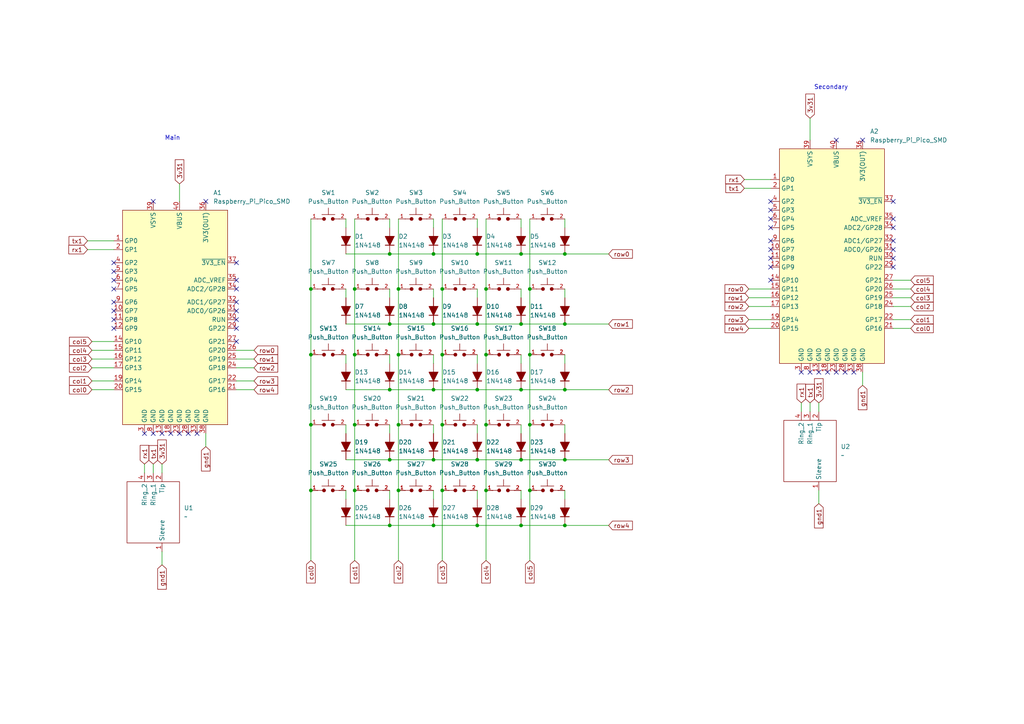
<source format=kicad_sch>
(kicad_sch (version 20250114) (generator "eeschema") (generator_version "9.0")
  (paper "A4")
  (lib_symbols
    (symbol "PCM_Diode_AKL:1N4148" (pin_numbers (hide yes)) (pin_names (offset 1.016) (hide yes))
      (property "Reference" "D" (at 0 5.08 0))
      (property "Value" "1N4148" (at 0 2.54 0))
      (symbol "1N4148_0_1"
        (polyline (pts (xy -1.27 1.27) (xy -1.27 -1.27) (xy 1.27 0) (xy -1.27 1.27)) (stroke (width 0.254)) (fill (type outline)))
        (polyline (pts (xy -1.27 0) (xy 1.27 0)))
        (polyline (pts (xy 1.27 1.27) (xy 1.27 -1.27)) (stroke (width 0.254)))
      )
      (symbol "1N4148_0_2"
        (polyline (pts (xy -2.54 -2.54) (xy 2.54 2.54)))
        (polyline (pts (xy -0.889 -0.889) (xy -1.778 0) (xy 0.889 0.889) (xy 0 -1.778) (xy -0.889 -0.889)) (stroke (width 0.254)) (fill (type outline)))
        (polyline (pts (xy 0 1.778) (xy 1.778 0)) (stroke (width 0.254)))
      )
      (symbol "1N4148_1_1"
        (pin passive line (at -3.81 0 0) (length 2.54) (name "A") (number "2"))
        (pin passive line (at 3.81 0 180) (length 2.54) (name "K") (number "1"))
      )
      (symbol "1N4148_1_2"
        (pin passive line (at -2.54 -2.54 0) (length 0) (name "A") (number "2"))
        (pin passive line (at 2.54 2.54 180) (length 0) (name "K") (number "1"))
      )
    )
    (symbol "PCM_SL_Devices:Push_Button"
      (property "Reference" "SW" (at 0 6.35 0))
      (property "Value" "Push_Button" (at 0 4.445 0))
      (symbol "Push_Button_0_1"
        (polyline (pts (xy -3.175 0) (xy -1.778 0)))
        (polyline (pts (xy -1.905 1.27) (xy 1.905 1.27)))
        (circle (center -1.27 0) (radius 0.4579) (fill (type outline)))
        (polyline (pts (xy 0 1.27) (xy 0 3.175)))
        (circle (center 1.27 0) (radius 0.4579) (fill (type outline)))
        (polyline (pts (xy 1.778 0) (xy 3.175 0)))
      )
      (symbol "Push_Button_1_1"
        (pin passive line (at -5.08 0 0) (length 2) (name "") (number "1"))
        (pin passive line (at 5.08 0 180) (length 2) (name "") (number "2"))
      )
    )
    (symbol "symbols:4ucon_trrs_3.5_smd"
      (property "Reference" "U" (at 0 0 0))
      (symbol "4ucon_trrs_3.5_smd_0_1"
        (polyline (pts (xy -5.08 8.89) (xy 10.16 8.89) (xy 10.16 -8.89) (xy -5.08 -8.89) (xy -5.08 8.89)))
      )
      (symbol "4ucon_trrs_3.5_smd_1_1"
        (pin bidirectional line (at 0 11.43 270) (length 2.54) (name "Ring_2") (number "4"))
        (pin bidirectional line (at 2.54 11.43 270) (length 2.54) (name "Ring_1") (number "3"))
        (pin bidirectional line (at 5.08 11.43 270) (length 2.54) (name "Tip") (number "2"))
        (pin bidirectional line (at 5.08 -11.43 90) (length 2.54) (name "Sleeve") (number "1"))
      )
    )
    (symbol "symbols:Raspberry_Pi_Pico_SMD"
      (property "Reference" "A" (at 12.7 34.29 0))
      (property "Value" "Raspberry_Pi_Pico_SMD" (at 21.59 31.75 0))
      (symbol "Raspberry_Pi_Pico_SMD_0_1"
        (rectangle (start -15.24 29.21) (end 15.24 -33.02) (fill (type background)))
      )
      (symbol "Raspberry_Pi_Pico_SMD_1_1"
        (pin bidirectional line (at -17.78 20.32 0) (length 2.54) (name "GP0") (number "1"))
        (pin bidirectional line (at -17.78 17.78 0) (length 2.54) (name "GP1") (number "2"))
        (pin bidirectional line (at -17.78 13.97 0) (length 2.54) (name "GP2") (number "4"))
        (pin bidirectional line (at -17.78 11.43 0) (length 2.54) (name "GP3") (number "5"))
        (pin bidirectional line (at -17.78 8.89 0) (length 2.54) (name "GP4") (number "6"))
        (pin bidirectional line (at -17.78 6.35 0) (length 2.54) (name "GP5") (number "7"))
        (pin bidirectional line (at -17.78 2.54 0) (length 2.54) (name "GP6") (number "9"))
        (pin bidirectional line (at -17.78 0 0) (length 2.54) (name "GP7") (number "10"))
        (pin bidirectional line (at -17.78 -2.54 0) (length 2.54) (name "GP8") (number "11"))
        (pin bidirectional line (at -17.78 -5.08 0) (length 2.54) (name "GP9") (number "12"))
        (pin bidirectional line (at -17.78 -8.89 0) (length 2.54) (name "GP10") (number "14"))
        (pin bidirectional line (at -17.78 -11.43 0) (length 2.54) (name "GP11") (number "15"))
        (pin bidirectional line (at -17.78 -13.97 0) (length 2.54) (name "GP12") (number "16"))
        (pin bidirectional line (at -17.78 -16.51 0) (length 2.54) (name "GP13") (number "17"))
        (pin bidirectional line (at -17.78 -20.32 0) (length 2.54) (name "GP14") (number "19"))
        (pin bidirectional line (at -17.78 -22.86 0) (length 2.54) (name "GP15") (number "20"))
        (pin power_in line (at -8.89 -35.56 90) (length 2.54) (name "GND") (number "3"))
        (pin power_in line (at -6.35 31.75 270) (length 2.54) (name "VSYS") (number "39"))
        (pin power_in line (at -6.35 -35.56 90) (length 2.54) (name "GND") (number "8"))
        (pin power_in line (at -3.81 -35.56 90) (length 2.54) (name "GND") (number "13"))
        (pin power_in line (at -1.27 -35.56 90) (length 2.54) (name "GND") (number "18"))
        (pin power_in line (at 1.27 31.75 270) (length 2.54) (name "VBUS") (number "40"))
        (pin power_in line (at 1.27 -35.56 90) (length 2.54) (name "GND") (number "23"))
        (pin power_in line (at 3.81 -35.56 90) (length 2.54) (name "GND") (number "28"))
        (pin power_in line (at 6.35 -35.56 90) (length 2.54) (name "GND") (number "33"))
        (pin power_in line (at 8.89 31.75 270) (length 2.54) (name "3V3(OUT)") (number "36"))
        (pin power_in line (at 8.89 -35.56 90) (length 2.54) (name "GND") (number "38"))
        (pin bidirectional line (at 17.78 13.97 180) (length 2.54) (name "~{3V3_EN}") (number "37"))
        (pin bidirectional line (at 17.78 8.89 180) (length 2.54) (name "ADC_VREF") (number "35"))
        (pin bidirectional line (at 17.78 6.35 180) (length 2.54) (name "ADC2/GP28") (number "34"))
        (pin bidirectional line (at 17.78 2.54 180) (length 2.54) (name "ADC1/GP27") (number "32"))
        (pin bidirectional line (at 17.78 0 180) (length 2.54) (name "ADC0/GP26") (number "31"))
        (pin bidirectional line (at 17.78 -2.54 180) (length 2.54) (name "RUN") (number "30"))
        (pin bidirectional line (at 17.78 -5.08 180) (length 2.54) (name "GP22") (number "29"))
        (pin bidirectional line (at 17.78 -8.89 180) (length 2.54) (name "GP21") (number "27"))
        (pin bidirectional line (at 17.78 -11.43 180) (length 2.54) (name "GP20") (number "26"))
        (pin bidirectional line (at 17.78 -13.97 180) (length 2.54) (name "GP19") (number "25"))
        (pin bidirectional line (at 17.78 -16.51 180) (length 2.54) (name "GP18") (number "24"))
        (pin bidirectional line (at 17.78 -20.32 180) (length 2.54) (name "GP17") (number "22"))
        (pin bidirectional line (at 17.78 -22.86 180) (length 2.54) (name "GP16") (number "21"))
      )
    )
  )
  (text "Main" (at 50.038 40.132 0) (effects (font (size 1.27 1.27))))
  (text "Secondary" (at 241.046 25.4 0) (effects (font (size 1.27 1.27))))
  (junction (at 153.67 83.82))
  (junction (at 102.87 123.19))
  (junction (at 90.17 142.24))
  (junction (at 140.97 142.24))
  (junction (at 151.13 73.66))
  (junction (at 90.17 102.87))
  (junction (at 90.17 123.19))
  (junction (at 151.13 152.4))
  (junction (at 125.73 73.66))
  (junction (at 138.43 93.98))
  (junction (at 128.27 83.82))
  (junction (at 151.13 133.35))
  (junction (at 153.67 102.87))
  (junction (at 151.13 113.03))
  (junction (at 102.87 102.87))
  (junction (at 138.43 152.4))
  (junction (at 151.13 93.98))
  (junction (at 125.73 133.35))
  (junction (at 113.03 93.98))
  (junction (at 138.43 113.03))
  (junction (at 102.87 142.24))
  (junction (at 140.97 123.19))
  (junction (at 163.83 152.4))
  (junction (at 115.57 123.19))
  (junction (at 102.87 83.82))
  (junction (at 138.43 73.66))
  (junction (at 138.43 133.35))
  (junction (at 113.03 152.4))
  (junction (at 115.57 142.24))
  (junction (at 115.57 83.82))
  (junction (at 163.83 73.66))
  (junction (at 113.03 73.66))
  (junction (at 113.03 133.35))
  (junction (at 125.73 152.4))
  (junction (at 125.73 93.98))
  (junction (at 113.03 113.03))
  (junction (at 140.97 83.82))
  (junction (at 163.83 113.03))
  (junction (at 163.83 93.98))
  (junction (at 163.83 133.35))
  (junction (at 128.27 142.24))
  (junction (at 140.97 102.87))
  (junction (at 128.27 102.87))
  (junction (at 90.17 83.82))
  (junction (at 153.67 142.24))
  (junction (at 125.73 113.03))
  (junction (at 115.57 102.87))
  (junction (at 153.67 123.19))
  (junction (at 128.27 123.19))
  (no_connect (at 223.52 72.39))
  (no_connect (at 52.07 125.73))
  (no_connect (at 68.58 87.63))
  (no_connect (at 68.58 92.71))
  (no_connect (at 44.45 125.73))
  (no_connect (at 57.15 125.73))
  (no_connect (at 68.58 90.17))
  (no_connect (at 46.99 125.73))
  (no_connect (at 33.02 87.63))
  (no_connect (at 33.02 92.71))
  (no_connect (at 68.58 76.2))
  (no_connect (at 33.02 83.82))
  (no_connect (at 33.02 78.74))
  (no_connect (at 68.58 99.06))
  (no_connect (at 237.49 107.95))
  (no_connect (at 259.08 63.5))
  (no_connect (at 247.65 107.95))
  (no_connect (at 223.52 74.93))
  (no_connect (at 41.91 125.73))
  (no_connect (at 259.08 77.47))
  (no_connect (at 44.45 58.42))
  (no_connect (at 223.52 63.5))
  (no_connect (at 223.52 58.42))
  (no_connect (at 259.08 72.39))
  (no_connect (at 49.53 125.73))
  (no_connect (at 33.02 90.17))
  (no_connect (at 59.69 58.42))
  (no_connect (at 259.08 66.04))
  (no_connect (at 242.57 40.64))
  (no_connect (at 54.61 125.73))
  (no_connect (at 223.52 77.47))
  (no_connect (at 250.19 40.64))
  (no_connect (at 68.58 81.28))
  (no_connect (at 232.41 107.95))
  (no_connect (at 33.02 95.25))
  (no_connect (at 259.08 69.85))
  (no_connect (at 223.52 69.85))
  (no_connect (at 234.95 107.95))
  (no_connect (at 33.02 76.2))
  (no_connect (at 223.52 60.96))
  (no_connect (at 68.58 95.25))
  (no_connect (at 259.08 74.93))
  (no_connect (at 33.02 81.28))
  (no_connect (at 242.57 107.95))
  (no_connect (at 240.03 107.95))
  (no_connect (at 68.58 83.82))
  (no_connect (at 223.52 81.28))
  (no_connect (at 245.11 107.95))
  (no_connect (at 259.08 58.42))
  (no_connect (at 223.52 66.04))
  (wire (pts (xy 217.17 83.82) (xy 223.52 83.82)))
  (wire (pts (xy 113.03 133.35) (xy 125.73 133.35)))
  (wire (pts (xy 217.17 92.71) (xy 223.52 92.71)))
  (wire (pts (xy 46.99 134.62) (xy 46.99 137.16)))
  (wire (pts (xy 26.67 113.03) (xy 33.02 113.03)))
  (wire (pts (xy 68.58 113.03) (xy 73.66 113.03)))
  (wire (pts (xy 140.97 63.5) (xy 140.97 83.82)))
  (wire (pts (xy 125.73 133.35) (xy 138.43 133.35)))
  (wire (pts (xy 163.83 73.66) (xy 176.53 73.66)))
  (wire (pts (xy 151.13 83.82) (xy 151.13 86.36)))
  (wire (pts (xy 259.08 95.25) (xy 264.16 95.25)))
  (wire (pts (xy 113.03 113.03) (xy 125.73 113.03)))
  (wire (pts (xy 163.83 152.4) (xy 176.53 152.4)))
  (wire (pts (xy 125.73 123.19) (xy 125.73 125.73)))
  (wire (pts (xy 128.27 123.19) (xy 128.27 142.24)))
  (wire (pts (xy 100.33 142.24) (xy 100.33 144.78)))
  (wire (pts (xy 115.57 63.5) (xy 115.57 83.82)))
  (wire (pts (xy 250.19 107.95) (xy 250.19 111.76)))
  (wire (pts (xy 237.49 116.84) (xy 237.49 119.38)))
  (wire (pts (xy 113.03 142.24) (xy 113.03 144.78)))
  (wire (pts (xy 259.08 83.82) (xy 264.16 83.82)))
  (wire (pts (xy 125.73 152.4) (xy 138.43 152.4)))
  (wire (pts (xy 163.83 113.03) (xy 176.53 113.03)))
  (wire (pts (xy 102.87 142.24) (xy 102.87 162.56)))
  (wire (pts (xy 234.95 34.29) (xy 234.95 40.64)))
  (wire (pts (xy 234.95 116.84) (xy 234.95 119.38)))
  (wire (pts (xy 153.67 142.24) (xy 153.67 162.56)))
  (wire (pts (xy 163.83 93.98) (xy 176.53 93.98)))
  (wire (pts (xy 163.83 102.87) (xy 163.83 105.41)))
  (wire (pts (xy 68.58 110.49) (xy 73.66 110.49)))
  (wire (pts (xy 217.17 88.9) (xy 223.52 88.9)))
  (wire (pts (xy 115.57 123.19) (xy 115.57 142.24)))
  (wire (pts (xy 140.97 102.87) (xy 140.97 123.19)))
  (wire (pts (xy 138.43 63.5) (xy 138.43 66.04)))
  (wire (pts (xy 26.67 104.14) (xy 33.02 104.14)))
  (wire (pts (xy 153.67 123.19) (xy 153.67 142.24)))
  (wire (pts (xy 232.41 116.84) (xy 232.41 119.38)))
  (wire (pts (xy 100.33 123.19) (xy 100.33 125.73)))
  (wire (pts (xy 102.87 83.82) (xy 102.87 102.87)))
  (wire (pts (xy 68.58 104.14) (xy 73.66 104.14)))
  (wire (pts (xy 215.9 54.61) (xy 223.52 54.61)))
  (wire (pts (xy 128.27 142.24) (xy 128.27 162.56)))
  (wire (pts (xy 138.43 93.98) (xy 151.13 93.98)))
  (wire (pts (xy 25.4 72.39) (xy 33.02 72.39)))
  (wire (pts (xy 138.43 73.66) (xy 151.13 73.66)))
  (wire (pts (xy 237.49 142.24) (xy 237.49 146.05)))
  (wire (pts (xy 115.57 102.87) (xy 115.57 123.19)))
  (wire (pts (xy 153.67 63.5) (xy 153.67 83.82)))
  (wire (pts (xy 59.69 125.73) (xy 59.69 129.54)))
  (wire (pts (xy 151.13 102.87) (xy 151.13 105.41)))
  (wire (pts (xy 125.73 73.66) (xy 138.43 73.66)))
  (wire (pts (xy 102.87 102.87) (xy 102.87 123.19)))
  (wire (pts (xy 125.73 142.24) (xy 125.73 144.78)))
  (wire (pts (xy 151.13 73.66) (xy 163.83 73.66)))
  (wire (pts (xy 259.08 86.36) (xy 264.16 86.36)))
  (wire (pts (xy 100.33 133.35) (xy 113.03 133.35)))
  (wire (pts (xy 52.07 53.34) (xy 52.07 58.42)))
  (wire (pts (xy 90.17 123.19) (xy 90.17 142.24)))
  (wire (pts (xy 140.97 142.24) (xy 140.97 162.56)))
  (wire (pts (xy 90.17 83.82) (xy 90.17 102.87)))
  (wire (pts (xy 138.43 152.4) (xy 151.13 152.4)))
  (wire (pts (xy 113.03 102.87) (xy 113.03 105.41)))
  (wire (pts (xy 138.43 142.24) (xy 138.43 144.78)))
  (wire (pts (xy 153.67 83.82) (xy 153.67 102.87)))
  (wire (pts (xy 215.9 52.07) (xy 223.52 52.07)))
  (wire (pts (xy 128.27 63.5) (xy 128.27 83.82)))
  (wire (pts (xy 100.33 93.98) (xy 113.03 93.98)))
  (wire (pts (xy 113.03 83.82) (xy 113.03 86.36)))
  (wire (pts (xy 68.58 106.68) (xy 73.66 106.68)))
  (wire (pts (xy 90.17 142.24) (xy 90.17 162.56)))
  (wire (pts (xy 115.57 83.82) (xy 115.57 102.87)))
  (wire (pts (xy 151.13 133.35) (xy 163.83 133.35)))
  (wire (pts (xy 138.43 123.19) (xy 138.43 125.73)))
  (wire (pts (xy 128.27 83.82) (xy 128.27 102.87)))
  (wire (pts (xy 125.73 93.98) (xy 138.43 93.98)))
  (wire (pts (xy 102.87 123.19) (xy 102.87 142.24)))
  (wire (pts (xy 113.03 123.19) (xy 113.03 125.73)))
  (wire (pts (xy 90.17 63.5) (xy 90.17 83.82)))
  (wire (pts (xy 125.73 102.87) (xy 125.73 105.41)))
  (wire (pts (xy 26.67 99.06) (xy 33.02 99.06)))
  (wire (pts (xy 140.97 123.19) (xy 140.97 142.24)))
  (wire (pts (xy 90.17 102.87) (xy 90.17 123.19)))
  (wire (pts (xy 138.43 113.03) (xy 151.13 113.03)))
  (wire (pts (xy 217.17 86.36) (xy 223.52 86.36)))
  (wire (pts (xy 100.33 73.66) (xy 113.03 73.66)))
  (wire (pts (xy 151.13 93.98) (xy 163.83 93.98)))
  (wire (pts (xy 138.43 133.35) (xy 151.13 133.35)))
  (wire (pts (xy 153.67 102.87) (xy 153.67 123.19)))
  (wire (pts (xy 25.4 69.85) (xy 33.02 69.85)))
  (wire (pts (xy 125.73 63.5) (xy 125.73 66.04)))
  (wire (pts (xy 115.57 142.24) (xy 115.57 162.56)))
  (wire (pts (xy 26.67 110.49) (xy 33.02 110.49)))
  (wire (pts (xy 113.03 63.5) (xy 113.03 66.04)))
  (wire (pts (xy 113.03 93.98) (xy 125.73 93.98)))
  (wire (pts (xy 163.83 142.24) (xy 163.83 144.78)))
  (wire (pts (xy 151.13 113.03) (xy 163.83 113.03)))
  (wire (pts (xy 26.67 101.6) (xy 33.02 101.6)))
  (wire (pts (xy 125.73 83.82) (xy 125.73 86.36)))
  (wire (pts (xy 163.83 63.5) (xy 163.83 66.04)))
  (wire (pts (xy 151.13 152.4) (xy 163.83 152.4)))
  (wire (pts (xy 138.43 83.82) (xy 138.43 86.36)))
  (wire (pts (xy 259.08 81.28) (xy 264.16 81.28)))
  (wire (pts (xy 151.13 123.19) (xy 151.13 125.73)))
  (wire (pts (xy 100.33 102.87) (xy 100.33 105.41)))
  (wire (pts (xy 128.27 102.87) (xy 128.27 123.19)))
  (wire (pts (xy 41.91 134.62) (xy 41.91 137.16)))
  (wire (pts (xy 100.33 83.82) (xy 100.33 86.36)))
  (wire (pts (xy 259.08 92.71) (xy 264.16 92.71)))
  (wire (pts (xy 68.58 101.6) (xy 73.66 101.6)))
  (wire (pts (xy 46.99 160.02) (xy 46.99 163.83)))
  (wire (pts (xy 217.17 95.25) (xy 223.52 95.25)))
  (wire (pts (xy 163.83 123.19) (xy 163.83 125.73)))
  (wire (pts (xy 102.87 63.5) (xy 102.87 83.82)))
  (wire (pts (xy 113.03 73.66) (xy 125.73 73.66)))
  (wire (pts (xy 138.43 102.87) (xy 138.43 105.41)))
  (wire (pts (xy 140.97 83.82) (xy 140.97 102.87)))
  (wire (pts (xy 100.33 113.03) (xy 113.03 113.03)))
  (wire (pts (xy 259.08 88.9) (xy 264.16 88.9)))
  (wire (pts (xy 151.13 63.5) (xy 151.13 66.04)))
  (wire (pts (xy 26.67 106.68) (xy 33.02 106.68)))
  (wire (pts (xy 100.33 63.5) (xy 100.33 66.04)))
  (wire (pts (xy 163.83 83.82) (xy 163.83 86.36)))
  (wire (pts (xy 113.03 152.4) (xy 125.73 152.4)))
  (wire (pts (xy 163.83 133.35) (xy 176.53 133.35)))
  (wire (pts (xy 100.33 152.4) (xy 113.03 152.4)))
  (wire (pts (xy 44.45 134.62) (xy 44.45 137.16)))
  (wire (pts (xy 151.13 142.24) (xy 151.13 144.78)))
  (wire (pts (xy 125.73 113.03) (xy 138.43 113.03)))
  (global_label "row4" (shape input) (at 176.53 152.4 0) (property "Intersheetrefs" "${INTERSHEET_REFS}" (effects (hide yes))))
  (global_label "3v31" (shape input) (at 234.95 34.29 90) (property "Intersheetrefs" "${INTERSHEET_REFS}" (effects (hide yes))))
  (global_label "row2" (shape input) (at 73.66 106.68 0) (property "Intersheetrefs" "${INTERSHEET_REFS}" (effects (hide yes))))
  (global_label "row1" (shape input) (at 176.53 93.98 0) (property "Intersheetrefs" "${INTERSHEET_REFS}" (effects (hide yes))))
  (global_label "col1" (shape input) (at 26.67 110.49 180) (property "Intersheetrefs" "${INTERSHEET_REFS}" (effects (hide yes))))
  (global_label "rx1" (shape input) (at 215.9 52.07 180) (property "Intersheetrefs" "${INTERSHEET_REFS}" (effects (hide yes))))
  (global_label "rx1" (shape input) (at 232.41 116.84 90) (property "Intersheetrefs" "${INTERSHEET_REFS}" (effects (hide yes))))
  (global_label "col0" (shape input) (at 90.17 162.56 270) (property "Intersheetrefs" "${INTERSHEET_REFS}" (effects (hide yes))))
  (global_label "rx1" (shape input) (at 41.91 134.62 90) (property "Intersheetrefs" "${INTERSHEET_REFS}" (effects (hide yes))))
  (global_label "row3" (shape input) (at 73.66 110.49 0) (property "Intersheetrefs" "${INTERSHEET_REFS}" (effects (hide yes))))
  (global_label "row1" (shape input) (at 73.66 104.14 0) (property "Intersheetrefs" "${INTERSHEET_REFS}" (effects (hide yes))))
  (global_label "col4" (shape input) (at 264.16 83.82 0) (property "Intersheetrefs" "${INTERSHEET_REFS}" (effects (hide yes))))
  (global_label "rx1" (shape input) (at 25.4 72.39 180) (property "Intersheetrefs" "${INTERSHEET_REFS}" (effects (hide yes))))
  (global_label "3v31" (shape input) (at 237.49 116.84 90) (property "Intersheetrefs" "${INTERSHEET_REFS}" (effects (hide yes))))
  (global_label "col3" (shape input) (at 264.16 86.36 0) (property "Intersheetrefs" "${INTERSHEET_REFS}" (effects (hide yes))))
  (global_label "gnd1" (shape input) (at 46.99 163.83 270) (property "Intersheetrefs" "${INTERSHEET_REFS}" (effects (hide yes))))
  (global_label "tx1" (shape input) (at 234.95 116.84 90) (property "Intersheetrefs" "${INTERSHEET_REFS}" (effects (hide yes))))
  (global_label "row0" (shape input) (at 176.53 73.66 0) (property "Intersheetrefs" "${INTERSHEET_REFS}" (effects (hide yes))))
  (global_label "row3" (shape input) (at 176.53 133.35 0) (property "Intersheetrefs" "${INTERSHEET_REFS}" (effects (hide yes))))
  (global_label "tx1" (shape input) (at 215.9 54.61 180) (property "Intersheetrefs" "${INTERSHEET_REFS}" (effects (hide yes))))
  (global_label "row4" (shape input) (at 73.66 113.03 0) (property "Intersheetrefs" "${INTERSHEET_REFS}" (effects (hide yes))))
  (global_label "col2" (shape input) (at 26.67 106.68 180) (property "Intersheetrefs" "${INTERSHEET_REFS}" (effects (hide yes))))
  (global_label "col3" (shape input) (at 26.67 104.14 180) (property "Intersheetrefs" "${INTERSHEET_REFS}" (effects (hide yes))))
  (global_label "row0" (shape input) (at 217.17 83.82 180) (property "Intersheetrefs" "${INTERSHEET_REFS}" (effects (hide yes))))
  (global_label "col0" (shape input) (at 26.67 113.03 180) (property "Intersheetrefs" "${INTERSHEET_REFS}" (effects (hide yes))))
  (global_label "3v31" (shape input) (at 46.99 134.62 90) (property "Intersheetrefs" "${INTERSHEET_REFS}" (effects (hide yes))))
  (global_label "tx1" (shape input) (at 44.45 134.62 90) (property "Intersheetrefs" "${INTERSHEET_REFS}" (effects (hide yes))))
  (global_label "col3" (shape input) (at 128.27 162.56 270) (property "Intersheetrefs" "${INTERSHEET_REFS}" (effects (hide yes))))
  (global_label "col1" (shape input) (at 264.16 92.71 0) (property "Intersheetrefs" "${INTERSHEET_REFS}" (effects (hide yes))))
  (global_label "row2" (shape input) (at 176.53 113.03 0) (property "Intersheetrefs" "${INTERSHEET_REFS}" (effects (hide yes))))
  (global_label "col1" (shape input) (at 102.87 162.56 270) (property "Intersheetrefs" "${INTERSHEET_REFS}" (effects (hide yes))))
  (global_label "col2" (shape input) (at 264.16 88.9 0) (property "Intersheetrefs" "${INTERSHEET_REFS}" (effects (hide yes))))
  (global_label "row2" (shape input) (at 217.17 88.9 180) (property "Intersheetrefs" "${INTERSHEET_REFS}" (effects (hide yes))))
  (global_label "3v31" (shape input) (at 52.07 53.34 90) (property "Intersheetrefs" "${INTERSHEET_REFS}" (effects (hide yes))))
  (global_label "col5" (shape input) (at 26.67 99.06 180) (property "Intersheetrefs" "${INTERSHEET_REFS}" (effects (hide yes))))
  (global_label "col2" (shape input) (at 115.57 162.56 270) (property "Intersheetrefs" "${INTERSHEET_REFS}" (effects (hide yes))))
  (global_label "col5" (shape input) (at 264.16 81.28 0) (property "Intersheetrefs" "${INTERSHEET_REFS}" (effects (hide yes))))
  (global_label "gnd1" (shape input) (at 59.69 129.54 270) (property "Intersheetrefs" "${INTERSHEET_REFS}" (effects (hide yes))))
  (global_label "row1" (shape input) (at 217.17 86.36 180) (property "Intersheetrefs" "${INTERSHEET_REFS}" (effects (hide yes))))
  (global_label "tx1" (shape input) (at 25.4 69.85 180) (property "Intersheetrefs" "${INTERSHEET_REFS}" (effects (hide yes))))
  (global_label "col4" (shape input) (at 140.97 162.56 270) (property "Intersheetrefs" "${INTERSHEET_REFS}" (effects (hide yes))))
  (global_label "gnd1" (shape input) (at 250.19 111.76 270) (property "Intersheetrefs" "${INTERSHEET_REFS}" (effects (hide yes))))
  (global_label "col0" (shape input) (at 264.16 95.25 0) (property "Intersheetrefs" "${INTERSHEET_REFS}" (effects (hide yes))))
  (global_label "gnd1" (shape input) (at 237.49 146.05 270) (property "Intersheetrefs" "${INTERSHEET_REFS}" (effects (hide yes))))
  (global_label "row3" (shape input) (at 217.17 92.71 180) (property "Intersheetrefs" "${INTERSHEET_REFS}" (effects (hide yes))))
  (global_label "col4" (shape input) (at 26.67 101.6 180) (property "Intersheetrefs" "${INTERSHEET_REFS}" (effects (hide yes))))
  (global_label "col5" (shape input) (at 153.67 162.56 270) (property "Intersheetrefs" "${INTERSHEET_REFS}" (effects (hide yes))))
  (global_label "row4" (shape input) (at 217.17 95.25 180) (property "Intersheetrefs" "${INTERSHEET_REFS}" (effects (hide yes))))
  (global_label "row0" (shape input) (at 73.66 101.6 0) (property "Intersheetrefs" "${INTERSHEET_REFS}" (effects (hide yes))))
  (symbol (lib_id "symbols:4ucon_trrs_3.5_smd") (at 41.91 148.59 0) (unit 1)
    (property "Reference" "U1" (at 53.34 147.3199 0) (effects (justify left)))
    (property "Value" "~" (at 53.34 149.8599 0) (effects (justify left)))
    (property "Footprint" "footprints:4ucon trrs 3.5 smd back" (effects (hide yes)))
  )
  (symbol (lib_id "PCM_Diode_AKL:1N4148") (at 125.73 90.17 270) (unit 1)
    (property "Reference" "D9" (at 128.27 88.8999 90) (effects (justify left)))
    (property "Value" "1N4148" (at 128.27 91.4399 90) (effects (justify left)))
    (property "Footprint" "footprints:SODFL2512X100N" (effects (hide yes)))
    (property "Datasheet" "https://datasheet.octopart.com/1N4148TR-ON-Semiconductor-datasheet-42765246.pdf" (effects (hide yes)))
    (property "Description" "DO-35 Diode, Small Signal, Fast Switching, 75V, 150mA, 4ns, Alternate KiCad Library" (effects (hide yes)))
  )
  (symbol (lib_id "PCM_SL_Devices:Push_Button") (at 158.75 102.87 0) (unit 1)
    (property "Reference" "SW18" (at 158.75 95.25 0))
    (property "Value" "Push_Button" (at 158.75 97.79 0))
    (property "Footprint" "footprints:SW_Kailh_Choc_V2_1.00u_double-sided" (effects (hide yes)))
    (property "Description" "Common 6mmx6mm Push Button" (effects (hide yes)))
  )
  (symbol (lib_id "PCM_Diode_AKL:1N4148") (at 151.13 90.17 270) (unit 1)
    (property "Reference" "D11" (at 153.67 88.8999 90) (effects (justify left)))
    (property "Value" "1N4148" (at 153.67 91.4399 90) (effects (justify left)))
    (property "Footprint" "footprints:SODFL2512X100N" (effects (hide yes)))
    (property "Datasheet" "https://datasheet.octopart.com/1N4148TR-ON-Semiconductor-datasheet-42765246.pdf" (effects (hide yes)))
    (property "Description" "DO-35 Diode, Small Signal, Fast Switching, 75V, 150mA, 4ns, Alternate KiCad Library" (effects (hide yes)))
  )
  (symbol (lib_id "PCM_Diode_AKL:1N4148") (at 163.83 148.59 270) (unit 1)
    (property "Reference" "D30" (effects (hide yes)))
    (property "Value" "1N4148" (effects (hide yes)))
    (property "Footprint" "footprints:SODFL2512X100N" (effects (hide yes)))
    (property "Datasheet" "https://datasheet.octopart.com/1N4148TR-ON-Semiconductor-datasheet-42765246.pdf" (effects (hide yes)))
    (property "Description" "DO-35 Diode, Small Signal, Fast Switching, 75V, 150mA, 4ns, Alternate KiCad Library" (effects (hide yes)))
  )
  (symbol (lib_id "PCM_SL_Devices:Push_Button") (at 120.65 83.82 0) (unit 1)
    (property "Reference" "SW9" (at 120.65 76.2 0))
    (property "Value" "Push_Button" (at 120.65 78.74 0))
    (property "Footprint" "footprints:SW_Kailh_Choc_V2_1.00u_double-sided" (effects (hide yes)))
    (property "Description" "Common 6mmx6mm Push Button" (effects (hide yes)))
  )
  (symbol (lib_id "PCM_Diode_AKL:1N4148") (at 113.03 109.22 270) (unit 1)
    (property "Reference" "D14" (at 115.57 107.9499 90) (effects (justify left)))
    (property "Value" "1N4148" (at 115.57 110.4899 90) (effects (justify left)))
    (property "Footprint" "footprints:SODFL2512X100N" (effects (hide yes)))
    (property "Datasheet" "https://datasheet.octopart.com/1N4148TR-ON-Semiconductor-datasheet-42765246.pdf" (effects (hide yes)))
    (property "Description" "DO-35 Diode, Small Signal, Fast Switching, 75V, 150mA, 4ns, Alternate KiCad Library" (effects (hide yes)))
  )
  (symbol (lib_id "PCM_SL_Devices:Push_Button") (at 133.35 83.82 0) (unit 1)
    (property "Reference" "SW10" (at 133.35 76.2 0))
    (property "Value" "Push_Button" (at 133.35 78.74 0))
    (property "Footprint" "footprints:SW_Kailh_Choc_V2_1.00u_double-sided" (effects (hide yes)))
    (property "Description" "Common 6mmx6mm Push Button" (effects (hide yes)))
  )
  (symbol (lib_id "PCM_Diode_AKL:1N4148") (at 151.13 129.54 270) (unit 1)
    (property "Reference" "D23" (at 153.67 128.2699 90) (effects (justify left)))
    (property "Value" "1N4148" (at 153.67 130.8099 90) (effects (justify left)))
    (property "Footprint" "footprints:SODFL2512X100N" (effects (hide yes)))
    (property "Datasheet" "https://datasheet.octopart.com/1N4148TR-ON-Semiconductor-datasheet-42765246.pdf" (effects (hide yes)))
    (property "Description" "DO-35 Diode, Small Signal, Fast Switching, 75V, 150mA, 4ns, Alternate KiCad Library" (effects (hide yes)))
  )
  (symbol (lib_id "PCM_Diode_AKL:1N4148") (at 138.43 109.22 270) (unit 1)
    (property "Reference" "D16" (at 140.97 107.9499 90) (effects (justify left)))
    (property "Value" "1N4148" (at 140.97 110.4899 90) (effects (justify left)))
    (property "Footprint" "footprints:SODFL2512X100N" (effects (hide yes)))
    (property "Datasheet" "https://datasheet.octopart.com/1N4148TR-ON-Semiconductor-datasheet-42765246.pdf" (effects (hide yes)))
    (property "Description" "DO-35 Diode, Small Signal, Fast Switching, 75V, 150mA, 4ns, Alternate KiCad Library" (effects (hide yes)))
  )
  (symbol (lib_id "PCM_Diode_AKL:1N4148") (at 100.33 69.85 270) (unit 1)
    (property "Reference" "D1" (at 102.87 68.5799 90) (effects (justify left)))
    (property "Value" "1N4148" (at 102.87 71.1199 90) (effects (justify left)))
    (property "Footprint" "footprints:SODFL2512X100N" (effects (hide yes)))
    (property "Datasheet" "https://datasheet.octopart.com/1N4148TR-ON-Semiconductor-datasheet-42765246.pdf" (effects (hide yes)))
    (property "Description" "DO-35 Diode, Small Signal, Fast Switching, 75V, 150mA, 4ns, Alternate KiCad Library" (effects (hide yes)))
  )
  (symbol (lib_id "PCM_SL_Devices:Push_Button") (at 133.35 123.19 0) (unit 1)
    (property "Reference" "SW22" (at 133.35 115.57 0))
    (property "Value" "Push_Button" (at 133.35 118.11 0))
    (property "Footprint" "footprints:SW_Kailh_Choc_V2_1.00u_double-sided" (effects (hide yes)))
    (property "Description" "Common 6mmx6mm Push Button" (effects (hide yes)))
  )
  (symbol (lib_id "PCM_Diode_AKL:1N4148") (at 100.33 90.17 270) (unit 1)
    (property "Reference" "D7" (at 102.87 88.8999 90) (effects (justify left)))
    (property "Value" "1N4148" (at 102.87 91.4399 90) (effects (justify left)))
    (property "Footprint" "footprints:SODFL2512X100N" (effects (hide yes)))
    (property "Datasheet" "https://datasheet.octopart.com/1N4148TR-ON-Semiconductor-datasheet-42765246.pdf" (effects (hide yes)))
    (property "Description" "DO-35 Diode, Small Signal, Fast Switching, 75V, 150mA, 4ns, Alternate KiCad Library" (effects (hide yes)))
  )
  (symbol (lib_id "PCM_Diode_AKL:1N4148") (at 125.73 109.22 270) (unit 1)
    (property "Reference" "D15" (at 128.27 107.9499 90) (effects (justify left)))
    (property "Value" "1N4148" (at 128.27 110.4899 90) (effects (justify left)))
    (property "Footprint" "footprints:SODFL2512X100N" (effects (hide yes)))
    (property "Datasheet" "https://datasheet.octopart.com/1N4148TR-ON-Semiconductor-datasheet-42765246.pdf" (effects (hide yes)))
    (property "Description" "DO-35 Diode, Small Signal, Fast Switching, 75V, 150mA, 4ns, Alternate KiCad Library" (effects (hide yes)))
  )
  (symbol (lib_id "PCM_Diode_AKL:1N4148") (at 113.03 129.54 270) (unit 1)
    (property "Reference" "D20" (at 115.57 128.2699 90) (effects (justify left)))
    (property "Value" "1N4148" (at 115.57 130.8099 90) (effects (justify left)))
    (property "Footprint" "footprints:SODFL2512X100N" (effects (hide yes)))
    (property "Datasheet" "https://datasheet.octopart.com/1N4148TR-ON-Semiconductor-datasheet-42765246.pdf" (effects (hide yes)))
    (property "Description" "DO-35 Diode, Small Signal, Fast Switching, 75V, 150mA, 4ns, Alternate KiCad Library" (effects (hide yes)))
  )
  (symbol (lib_id "PCM_SL_Devices:Push_Button") (at 146.05 83.82 0) (unit 1)
    (property "Reference" "SW11" (at 146.05 76.2 0))
    (property "Value" "Push_Button" (at 146.05 78.74 0))
    (property "Footprint" "footprints:SW_Kailh_Choc_V2_1.00u_double-sided" (effects (hide yes)))
    (property "Description" "Common 6mmx6mm Push Button" (effects (hide yes)))
  )
  (symbol (lib_id "PCM_Diode_AKL:1N4148") (at 151.13 69.85 270) (unit 1)
    (property "Reference" "D5" (at 153.67 68.5799 90) (effects (justify left)))
    (property "Value" "1N4148" (at 153.67 71.1199 90) (effects (justify left)))
    (property "Footprint" "footprints:SODFL2512X100N" (effects (hide yes)))
    (property "Datasheet" "https://datasheet.octopart.com/1N4148TR-ON-Semiconductor-datasheet-42765246.pdf" (effects (hide yes)))
    (property "Description" "DO-35 Diode, Small Signal, Fast Switching, 75V, 150mA, 4ns, Alternate KiCad Library" (effects (hide yes)))
  )
  (symbol (lib_id "PCM_Diode_AKL:1N4148") (at 138.43 148.59 270) (unit 1)
    (property "Reference" "D28" (at 140.97 147.3199 90) (effects (justify left)))
    (property "Value" "1N4148" (at 140.97 149.8599 90) (effects (justify left)))
    (property "Footprint" "footprints:SODFL2512X100N" (effects (hide yes)))
    (property "Datasheet" "https://datasheet.octopart.com/1N4148TR-ON-Semiconductor-datasheet-42765246.pdf" (effects (hide yes)))
    (property "Description" "DO-35 Diode, Small Signal, Fast Switching, 75V, 150mA, 4ns, Alternate KiCad Library" (effects (hide yes)))
  )
  (symbol (lib_id "PCM_Diode_AKL:1N4148") (at 151.13 109.22 270) (unit 1)
    (property "Reference" "D17" (at 153.67 107.9499 90) (effects (justify left)))
    (property "Value" "1N4148" (at 153.67 110.4899 90) (effects (justify left)))
    (property "Footprint" "footprints:SODFL2512X100N" (effects (hide yes)))
    (property "Datasheet" "https://datasheet.octopart.com/1N4148TR-ON-Semiconductor-datasheet-42765246.pdf" (effects (hide yes)))
    (property "Description" "DO-35 Diode, Small Signal, Fast Switching, 75V, 150mA, 4ns, Alternate KiCad Library" (effects (hide yes)))
  )
  (symbol (lib_id "PCM_SL_Devices:Push_Button") (at 95.25 102.87 0) (unit 1)
    (property "Reference" "SW13" (at 95.25 95.25 0))
    (property "Value" "Push_Button" (at 95.25 97.79 0))
    (property "Footprint" "footprints:SW_Kailh_Choc_V2_1.00u_double-sided" (effects (hide yes)))
    (property "Description" "Common 6mmx6mm Push Button" (effects (hide yes)))
  )
  (symbol (lib_id "symbols:4ucon_trrs_3.5_smd") (at 232.41 130.81 0) (unit 1)
    (property "Reference" "U2" (at 243.84 129.5399 0) (effects (justify left)))
    (property "Value" "~" (at 243.84 132.0799 0) (effects (justify left)))
    (property "Footprint" "footprints:4ucon trrs 3.5 smd" (effects (hide yes)))
  )
  (symbol (lib_id "PCM_Diode_AKL:1N4148") (at 138.43 129.54 270) (unit 1)
    (property "Reference" "D22" (at 140.97 128.2699 90) (effects (justify left)))
    (property "Value" "1N4148" (at 140.97 130.8099 90) (effects (justify left)))
    (property "Footprint" "footprints:SODFL2512X100N" (effects (hide yes)))
    (property "Datasheet" "https://datasheet.octopart.com/1N4148TR-ON-Semiconductor-datasheet-42765246.pdf" (effects (hide yes)))
    (property "Description" "DO-35 Diode, Small Signal, Fast Switching, 75V, 150mA, 4ns, Alternate KiCad Library" (effects (hide yes)))
  )
  (symbol (lib_id "PCM_SL_Devices:Push_Button") (at 95.25 123.19 0) (unit 1)
    (property "Reference" "SW19" (at 95.25 115.57 0))
    (property "Value" "Push_Button" (at 95.25 118.11 0))
    (property "Footprint" "footprints:SW_Kailh_Choc_V2_1.00u_double-sided" (effects (hide yes)))
    (property "Description" "Common 6mmx6mm Push Button" (effects (hide yes)))
  )
  (symbol (lib_id "PCM_Diode_AKL:1N4148") (at 113.03 69.85 270) (unit 1)
    (property "Reference" "D2" (at 115.57 68.5799 90) (effects (justify left)))
    (property "Value" "1N4148" (at 115.57 71.1199 90) (effects (justify left)))
    (property "Footprint" "footprints:SODFL2512X100N" (effects (hide yes)))
    (property "Datasheet" "https://datasheet.octopart.com/1N4148TR-ON-Semiconductor-datasheet-42765246.pdf" (effects (hide yes)))
    (property "Description" "DO-35 Diode, Small Signal, Fast Switching, 75V, 150mA, 4ns, Alternate KiCad Library" (effects (hide yes)))
  )
  (symbol (lib_id "PCM_SL_Devices:Push_Button") (at 120.65 142.24 0) (unit 1)
    (property "Reference" "SW27" (at 120.65 134.62 0))
    (property "Value" "Push_Button" (at 120.65 137.16 0))
    (property "Footprint" "footprints:SW_Kailh_Choc_V2_1.00u_double-sided" (effects (hide yes)))
    (property "Description" "Common 6mmx6mm Push Button" (effects (hide yes)))
  )
  (symbol (lib_id "PCM_SL_Devices:Push_Button") (at 133.35 63.5 0) (unit 1)
    (property "Reference" "SW4" (at 133.35 55.88 0))
    (property "Value" "Push_Button" (at 133.35 58.42 0))
    (property "Footprint" "footprints:SW_Kailh_Choc_V2_1.00u_double-sided" (effects (hide yes)))
    (property "Description" "Common 6mmx6mm Push Button" (effects (hide yes)))
  )
  (symbol (lib_id "symbols:Raspberry_Pi_Pico_SMD") (at 50.8 90.17 0) (unit 1)
    (property "Reference" "A1" (at 61.8333 55.88 0) (effects (justify left)))
    (property "Value" "Raspberry_Pi_Pico_SMD" (at 61.8333 58.42 0) (effects (justify left)))
    (property "Footprint" "footprints:raspberry_pi_pico_SMD_Reversed" (effects (hide yes)))
    (property "Description" "Development Board with RP2040 MCU" (effects (hide yes)))
  )
  (symbol (lib_id "PCM_SL_Devices:Push_Button") (at 107.95 63.5 0) (unit 1)
    (property "Reference" "SW2" (at 107.95 55.88 0))
    (property "Value" "Push_Button" (at 107.95 58.42 0))
    (property "Footprint" "footprints:SW_Kailh_Choc_V2_1.00u_double-sided" (effects (hide yes)))
    (property "Description" "Common 6mmx6mm Push Button" (effects (hide yes)))
  )
  (symbol (lib_id "PCM_SL_Devices:Push_Button") (at 146.05 123.19 0) (unit 1)
    (property "Reference" "SW23" (at 146.05 115.57 0))
    (property "Value" "Push_Button" (at 146.05 118.11 0))
    (property "Footprint" "footprints:SW_Kailh_Choc_V2_1.00u_double-sided" (effects (hide yes)))
    (property "Description" "Common 6mmx6mm Push Button" (effects (hide yes)))
  )
  (symbol (lib_id "PCM_Diode_AKL:1N4148") (at 125.73 69.85 270) (unit 1)
    (property "Reference" "D3" (at 128.27 68.5799 90) (effects (justify left)))
    (property "Value" "1N4148" (at 128.27 71.1199 90) (effects (justify left)))
    (property "Footprint" "footprints:SODFL2512X100N" (effects (hide yes)))
    (property "Datasheet" "https://datasheet.octopart.com/1N4148TR-ON-Semiconductor-datasheet-42765246.pdf" (effects (hide yes)))
    (property "Description" "DO-35 Diode, Small Signal, Fast Switching, 75V, 150mA, 4ns, Alternate KiCad Library" (effects (hide yes)))
  )
  (symbol (lib_id "PCM_Diode_AKL:1N4148") (at 100.33 109.22 270) (unit 1)
    (property "Reference" "D13" (at 102.87 107.9499 90) (effects (justify left)))
    (property "Value" "1N4148" (at 102.87 110.4899 90) (effects (justify left)))
    (property "Footprint" "footprints:SODFL2512X100N" (effects (hide yes)))
    (property "Datasheet" "https://datasheet.octopart.com/1N4148TR-ON-Semiconductor-datasheet-42765246.pdf" (effects (hide yes)))
    (property "Description" "DO-35 Diode, Small Signal, Fast Switching, 75V, 150mA, 4ns, Alternate KiCad Library" (effects (hide yes)))
  )
  (symbol (lib_id "PCM_SL_Devices:Push_Button") (at 146.05 142.24 0) (unit 1)
    (property "Reference" "SW29" (at 146.05 134.62 0))
    (property "Value" "Push_Button" (at 146.05 137.16 0))
    (property "Footprint" "footprints:SW_Kailh_Choc_V2_1.00u_double-sided" (effects (hide yes)))
    (property "Description" "Common 6mmx6mm Push Button" (effects (hide yes)))
  )
  (symbol (lib_id "PCM_Diode_AKL:1N4148") (at 100.33 148.59 270) (unit 1)
    (property "Reference" "D25" (at 102.87 147.3199 90) (effects (justify left)))
    (property "Value" "1N4148" (at 102.87 149.8599 90) (effects (justify left)))
    (property "Footprint" "footprints:SODFL2512X100N" (effects (hide yes)))
    (property "Datasheet" "https://datasheet.octopart.com/1N4148TR-ON-Semiconductor-datasheet-42765246.pdf" (effects (hide yes)))
    (property "Description" "DO-35 Diode, Small Signal, Fast Switching, 75V, 150mA, 4ns, Alternate KiCad Library" (effects (hide yes)))
  )
  (symbol (lib_id "PCM_Diode_AKL:1N4148") (at 138.43 90.17 270) (unit 1)
    (property "Reference" "D10" (at 140.97 88.8999 90) (effects (justify left)))
    (property "Value" "1N4148" (at 140.97 91.4399 90) (effects (justify left)))
    (property "Footprint" "footprints:SODFL2512X100N" (effects (hide yes)))
    (property "Datasheet" "https://datasheet.octopart.com/1N4148TR-ON-Semiconductor-datasheet-42765246.pdf" (effects (hide yes)))
    (property "Description" "DO-35 Diode, Small Signal, Fast Switching, 75V, 150mA, 4ns, Alternate KiCad Library" (effects (hide yes)))
  )
  (symbol (lib_id "PCM_SL_Devices:Push_Button") (at 107.95 102.87 0) (unit 1)
    (property "Reference" "SW14" (at 107.95 95.25 0))
    (property "Value" "Push_Button" (at 107.95 97.79 0))
    (property "Footprint" "footprints:SW_Kailh_Choc_V2_1.00u_double-sided" (effects (hide yes)))
    (property "Description" "Common 6mmx6mm Push Button" (effects (hide yes)))
  )
  (symbol (lib_id "PCM_SL_Devices:Push_Button") (at 158.75 63.5 0) (unit 1)
    (property "Reference" "SW6" (at 158.75 55.88 0))
    (property "Value" "Push_Button" (at 158.75 58.42 0))
    (property "Footprint" "footprints:SW_Kailh_Choc_V2_1.00u_double-sided" (effects (hide yes)))
    (property "Description" "Common 6mmx6mm Push Button" (effects (hide yes)))
  )
  (symbol (lib_id "PCM_SL_Devices:Push_Button") (at 146.05 63.5 0) (unit 1)
    (property "Reference" "SW5" (at 146.05 55.88 0))
    (property "Value" "Push_Button" (at 146.05 58.42 0))
    (property "Footprint" "footprints:SW_Kailh_Choc_V2_1.00u_double-sided" (effects (hide yes)))
    (property "Description" "Common 6mmx6mm Push Button" (effects (hide yes)))
  )
  (symbol (lib_id "PCM_SL_Devices:Push_Button") (at 133.35 102.87 0) (unit 1)
    (property "Reference" "SW16" (at 133.35 95.25 0))
    (property "Value" "Push_Button" (at 133.35 97.79 0))
    (property "Footprint" "footprints:SW_Kailh_Choc_V2_1.00u_double-sided" (effects (hide yes)))
    (property "Description" "Common 6mmx6mm Push Button" (effects (hide yes)))
  )
  (symbol (lib_id "PCM_SL_Devices:Push_Button") (at 120.65 63.5 0) (unit 1)
    (property "Reference" "SW3" (at 120.65 55.88 0))
    (property "Value" "Push_Button" (at 120.65 58.42 0))
    (property "Footprint" "footprints:SW_Kailh_Choc_V2_1.00u_double-sided" (effects (hide yes)))
    (property "Description" "Common 6mmx6mm Push Button" (effects (hide yes)))
  )
  (symbol (lib_id "PCM_SL_Devices:Push_Button") (at 107.95 123.19 0) (unit 1)
    (property "Reference" "SW20" (at 107.95 115.57 0))
    (property "Value" "Push_Button" (at 107.95 118.11 0))
    (property "Footprint" "footprints:SW_Kailh_Choc_V2_1.00u_double-sided" (effects (hide yes)))
    (property "Description" "Common 6mmx6mm Push Button" (effects (hide yes)))
  )
  (symbol (lib_id "PCM_Diode_AKL:1N4148") (at 113.03 90.17 270) (unit 1)
    (property "Reference" "D8" (at 115.57 88.8999 90) (effects (justify left)))
    (property "Value" "1N4148" (at 115.57 91.4399 90) (effects (justify left)))
    (property "Footprint" "footprints:SODFL2512X100N" (effects (hide yes)))
    (property "Datasheet" "https://datasheet.octopart.com/1N4148TR-ON-Semiconductor-datasheet-42765246.pdf" (effects (hide yes)))
    (property "Description" "DO-35 Diode, Small Signal, Fast Switching, 75V, 150mA, 4ns, Alternate KiCad Library" (effects (hide yes)))
  )
  (symbol (lib_id "symbols:Raspberry_Pi_Pico_SMD") (at 241.3 72.39 0) (unit 1)
    (property "Reference" "A2" (at 252.3333 38.1 0) (effects (justify left)))
    (property "Value" "Raspberry_Pi_Pico_SMD" (at 252.3333 40.64 0) (effects (justify left)))
    (property "Footprint" "footprints:raspberry_pi_pico_SMD" (effects (hide yes)))
    (property "Description" "Development Board with RP2040 MCU" (effects (hide yes)))
  )
  (symbol (lib_id "PCM_SL_Devices:Push_Button") (at 158.75 142.24 0) (unit 1)
    (property "Reference" "SW30" (at 158.75 134.62 0))
    (property "Value" "Push_Button" (at 158.75 137.16 0))
    (property "Footprint" "footprints:SW_Kailh_Choc_V2_1.00u_double-sided" (effects (hide yes)))
    (property "Description" "Common 6mmx6mm Push Button" (effects (hide yes)))
  )
  (symbol (lib_id "PCM_Diode_AKL:1N4148") (at 125.73 129.54 270) (unit 1)
    (property "Reference" "D21" (at 128.27 128.2699 90) (effects (justify left)))
    (property "Value" "1N4148" (at 128.27 130.8099 90) (effects (justify left)))
    (property "Footprint" "footprints:SODFL2512X100N" (effects (hide yes)))
    (property "Datasheet" "https://datasheet.octopart.com/1N4148TR-ON-Semiconductor-datasheet-42765246.pdf" (effects (hide yes)))
    (property "Description" "DO-35 Diode, Small Signal, Fast Switching, 75V, 150mA, 4ns, Alternate KiCad Library" (effects (hide yes)))
  )
  (symbol (lib_id "PCM_SL_Devices:Push_Button") (at 107.95 83.82 0) (unit 1)
    (property "Reference" "SW8" (at 107.95 76.2 0))
    (property "Value" "Push_Button" (at 107.95 78.74 0))
    (property "Footprint" "footprints:SW_Kailh_Choc_V2_1.00u_double-sided" (effects (hide yes)))
    (property "Description" "Common 6mmx6mm Push Button" (effects (hide yes)))
  )
  (symbol (lib_id "PCM_Diode_AKL:1N4148") (at 125.73 148.59 270) (unit 1)
    (property "Reference" "D27" (at 128.27 147.3199 90) (effects (justify left)))
    (property "Value" "1N4148" (at 128.27 149.8599 90) (effects (justify left)))
    (property "Footprint" "footprints:SODFL2512X100N" (effects (hide yes)))
    (property "Datasheet" "https://datasheet.octopart.com/1N4148TR-ON-Semiconductor-datasheet-42765246.pdf" (effects (hide yes)))
    (property "Description" "DO-35 Diode, Small Signal, Fast Switching, 75V, 150mA, 4ns, Alternate KiCad Library" (effects (hide yes)))
  )
  (symbol (lib_id "PCM_Diode_AKL:1N4148") (at 100.33 129.54 270) (unit 1)
    (property "Reference" "D19" (at 102.87 128.2699 90) (effects (justify left)))
    (property "Value" "1N4148" (at 102.87 130.8099 90) (effects (justify left)))
    (property "Footprint" "footprints:SODFL2512X100N" (effects (hide yes)))
    (property "Datasheet" "https://datasheet.octopart.com/1N4148TR-ON-Semiconductor-datasheet-42765246.pdf" (effects (hide yes)))
    (property "Description" "DO-35 Diode, Small Signal, Fast Switching, 75V, 150mA, 4ns, Alternate KiCad Library" (effects (hide yes)))
  )
  (symbol (lib_id "PCM_SL_Devices:Push_Button") (at 146.05 102.87 0) (unit 1)
    (property "Reference" "SW17" (at 146.05 95.25 0))
    (property "Value" "Push_Button" (at 146.05 97.79 0))
    (property "Footprint" "footprints:SW_Kailh_Choc_V2_1.00u_double-sided" (effects (hide yes)))
    (property "Description" "Common 6mmx6mm Push Button" (effects (hide yes)))
  )
  (symbol (lib_id "PCM_SL_Devices:Push_Button") (at 107.95 142.24 0) (unit 1)
    (property "Reference" "SW26" (at 107.95 134.62 0))
    (property "Value" "Push_Button" (at 107.95 137.16 0))
    (property "Footprint" "footprints:SW_Kailh_Choc_V2_1.00u_double-sided" (effects (hide yes)))
    (property "Description" "Common 6mmx6mm Push Button" (effects (hide yes)))
  )
  (symbol (lib_id "PCM_Diode_AKL:1N4148") (at 151.13 148.59 270) (unit 1)
    (property "Reference" "D29" (at 153.67 147.3199 90) (effects (justify left)))
    (property "Value" "1N4148" (at 153.67 149.8599 90) (effects (justify left)))
    (property "Footprint" "footprints:SODFL2512X100N" (effects (hide yes)))
    (property "Datasheet" "https://datasheet.octopart.com/1N4148TR-ON-Semiconductor-datasheet-42765246.pdf" (effects (hide yes)))
    (property "Description" "DO-35 Diode, Small Signal, Fast Switching, 75V, 150mA, 4ns, Alternate KiCad Library" (effects (hide yes)))
  )
  (symbol (lib_id "PCM_SL_Devices:Push_Button") (at 158.75 123.19 0) (unit 1)
    (property "Reference" "SW24" (at 158.75 115.57 0))
    (property "Value" "Push_Button" (at 158.75 118.11 0))
    (property "Footprint" "footprints:SW_Kailh_Choc_V2_1.00u_double-sided" (effects (hide yes)))
    (property "Description" "Common 6mmx6mm Push Button" (effects (hide yes)))
  )
  (symbol (lib_id "PCM_Diode_AKL:1N4148") (at 163.83 109.22 270) (unit 1)
    (property "Reference" "D18" (effects (hide yes)))
    (property "Value" "1N4148" (effects (hide yes)))
    (property "Footprint" "footprints:SODFL2512X100N" (effects (hide yes)))
    (property "Datasheet" "https://datasheet.octopart.com/1N4148TR-ON-Semiconductor-datasheet-42765246.pdf" (effects (hide yes)))
    (property "Description" "DO-35 Diode, Small Signal, Fast Switching, 75V, 150mA, 4ns, Alternate KiCad Library" (effects (hide yes)))
  )
  (symbol (lib_id "PCM_SL_Devices:Push_Button") (at 95.25 83.82 0) (unit 1)
    (property "Reference" "SW7" (at 95.25 76.2 0))
    (property "Value" "Push_Button" (at 95.25 78.74 0))
    (property "Footprint" "footprints:SW_Kailh_Choc_V2_1.00u_double-sided" (effects (hide yes)))
    (property "Description" "Common 6mmx6mm Push Button" (effects (hide yes)))
  )
  (symbol (lib_id "PCM_Diode_AKL:1N4148") (at 113.03 148.59 270) (unit 1)
    (property "Reference" "D26" (at 115.57 147.3199 90) (effects (justify left)))
    (property "Value" "1N4148" (at 115.57 149.8599 90) (effects (justify left)))
    (property "Footprint" "footprints:SODFL2512X100N" (effects (hide yes)))
    (property "Datasheet" "https://datasheet.octopart.com/1N4148TR-ON-Semiconductor-datasheet-42765246.pdf" (effects (hide yes)))
    (property "Description" "DO-35 Diode, Small Signal, Fast Switching, 75V, 150mA, 4ns, Alternate KiCad Library" (effects (hide yes)))
  )
  (symbol (lib_id "PCM_SL_Devices:Push_Button") (at 120.65 123.19 0) (unit 1)
    (property "Reference" "SW21" (at 120.65 115.57 0))
    (property "Value" "Push_Button" (at 120.65 118.11 0))
    (property "Footprint" "footprints:SW_Kailh_Choc_V2_1.00u_double-sided" (effects (hide yes)))
    (property "Description" "Common 6mmx6mm Push Button" (effects (hide yes)))
  )
  (symbol (lib_id "PCM_SL_Devices:Push_Button") (at 95.25 142.24 0) (unit 1)
    (property "Reference" "SW25" (at 95.25 134.62 0))
    (property "Value" "Push_Button" (at 95.25 137.16 0))
    (property "Footprint" "footprints:SW_Kailh_Choc_V2_1.00u_double-sided" (effects (hide yes)))
    (property "Description" "Common 6mmx6mm Push Button" (effects (hide yes)))
  )
  (symbol (lib_id "PCM_Diode_AKL:1N4148") (at 163.83 129.54 270) (unit 1)
    (property "Reference" "D24" (effects (hide yes)))
    (property "Value" "1N4148" (effects (hide yes)))
    (property "Footprint" "footprints:SODFL2512X100N" (effects (hide yes)))
    (property "Datasheet" "https://datasheet.octopart.com/1N4148TR-ON-Semiconductor-datasheet-42765246.pdf" (effects (hide yes)))
    (property "Description" "DO-35 Diode, Small Signal, Fast Switching, 75V, 150mA, 4ns, Alternate KiCad Library" (effects (hide yes)))
  )
  (symbol (lib_id "PCM_SL_Devices:Push_Button") (at 120.65 102.87 0) (unit 1)
    (property "Reference" "SW15" (at 120.65 95.25 0))
    (property "Value" "Push_Button" (at 120.65 97.79 0))
    (property "Footprint" "footprints:SW_Kailh_Choc_V2_1.00u_double-sided" (effects (hide yes)))
    (property "Description" "Common 6mmx6mm Push Button" (effects (hide yes)))
  )
  (symbol (lib_id "PCM_SL_Devices:Push_Button") (at 133.35 142.24 0) (unit 1)
    (property "Reference" "SW28" (at 133.35 134.62 0))
    (property "Value" "Push_Button" (at 133.35 137.16 0))
    (property "Footprint" "footprints:SW_Kailh_Choc_V2_1.00u_double-sided" (effects (hide yes)))
    (property "Description" "Common 6mmx6mm Push Button" (effects (hide yes)))
  )
  (symbol (lib_id "PCM_Diode_AKL:1N4148") (at 163.83 90.17 270) (unit 1)
    (property "Reference" "D12" (effects (hide yes)))
    (property "Value" "1N4148" (effects (hide yes)))
    (property "Footprint" "footprints:SODFL2512X100N" (effects (hide yes)))
    (property "Datasheet" "https://datasheet.octopart.com/1N4148TR-ON-Semiconductor-datasheet-42765246.pdf" (effects (hide yes)))
    (property "Description" "DO-35 Diode, Small Signal, Fast Switching, 75V, 150mA, 4ns, Alternate KiCad Library" (effects (hide yes)))
  )
  (symbol (lib_id "PCM_Diode_AKL:1N4148") (at 138.43 69.85 270) (unit 1)
    (property "Reference" "D4" (at 140.97 68.5799 90) (effects (justify left)))
    (property "Value" "1N4148" (at 140.97 71.1199 90) (effects (justify left)))
    (property "Footprint" "footprints:SODFL2512X100N" (effects (hide yes)))
    (property "Datasheet" "https://datasheet.octopart.com/1N4148TR-ON-Semiconductor-datasheet-42765246.pdf" (effects (hide yes)))
    (property "Description" "DO-35 Diode, Small Signal, Fast Switching, 75V, 150mA, 4ns, Alternate KiCad Library" (effects (hide yes)))
  )
  (symbol (lib_id "PCM_SL_Devices:Push_Button") (at 95.25 63.5 0) (unit 1)
    (property "Reference" "SW1" (at 95.25 55.88 0))
    (property "Value" "Push_Button" (at 95.25 58.42 0))
    (property "Footprint" "footprints:SW_Kailh_Choc_V2_1.00u_double-sided" (effects (hide yes)))
    (property "Description" "Common 6mmx6mm Push Button" (effects (hide yes)))
  )
  (symbol (lib_id "PCM_Diode_AKL:1N4148") (at 163.83 69.85 270) (unit 1)
    (property "Reference" "D6" (effects (hide yes)))
    (property "Value" "1N4148" (effects (hide yes)))
    (property "Footprint" "footprints:SODFL2512X100N" (effects (hide yes)))
    (property "Datasheet" "https://datasheet.octopart.com/1N4148TR-ON-Semiconductor-datasheet-42765246.pdf" (effects (hide yes)))
    (property "Description" "DO-35 Diode, Small Signal, Fast Switching, 75V, 150mA, 4ns, Alternate KiCad Library" (effects (hide yes)))
  )
  (symbol (lib_id "PCM_SL_Devices:Push_Button") (at 158.75 83.82 0) (unit 1)
    (property "Reference" "SW12" (at 158.75 76.2 0))
    (property "Value" "Push_Button" (at 158.75 78.74 0))
    (property "Footprint" "footprints:SW_Kailh_Choc_V2_1.00u_double-sided" (effects (hide yes)))
    (property "Description" "Common 6mmx6mm Push Button" (effects (hide yes)))
  )
)
</source>
